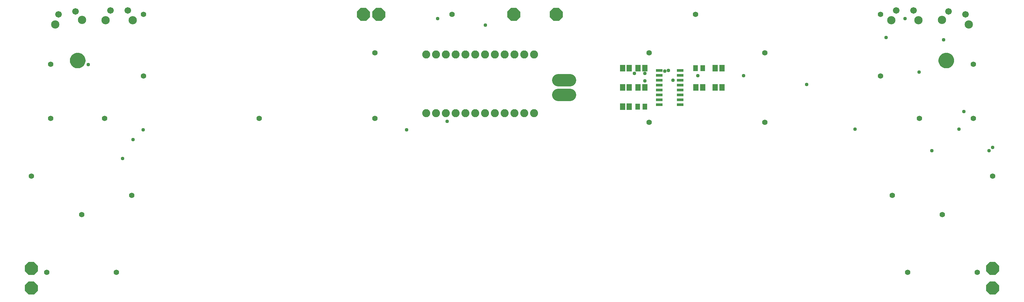
<source format=gbr>
G04 EAGLE Gerber RS-274X export*
G75*
%MOMM*%
%FSLAX34Y34*%
%LPD*%
%INSoldermask Bottom*%
%IPPOS*%
%AMOC8*
5,1,8,0,0,1.08239X$1,22.5*%
G01*
G04 Define Apertures*
%ADD10C,1.403200*%
%ADD11C,2.082800*%
%ADD12C,3.213100*%
%ADD13C,1.701800*%
%ADD14C,2.146300*%
%ADD15C,2.000000*%
%ADD16R,1.803200X0.803200*%
%ADD17R,1.234400X1.623400*%
%ADD18R,1.367800X1.668500*%
%ADD19P,3.62904X8X22.5*%
%ADD20C,0.959600*%
D10*
X240000Y50000D03*
X420000Y50000D03*
X330000Y200000D03*
X200000Y300000D03*
X460000Y250000D03*
X2650000Y50000D03*
X2470000Y50000D03*
X2560000Y200000D03*
X2430000Y250000D03*
X2690000Y300000D03*
X490000Y720000D03*
X2400000Y720000D03*
X790000Y450000D03*
X1090000Y450000D03*
X2100000Y440000D03*
X1800000Y440000D03*
X1800000Y620000D03*
X2100000Y620000D03*
X250000Y450000D03*
X390000Y450000D03*
X250000Y590000D03*
X1290000Y720000D03*
X1920000Y720000D03*
X2500000Y450000D03*
X2640000Y450000D03*
X2640000Y590000D03*
X2400000Y560000D03*
X490000Y560000D03*
X1090000Y620000D03*
D11*
X1223000Y616200D03*
X1248400Y616200D03*
X1273800Y616200D03*
X1299200Y616200D03*
X1324600Y616200D03*
X1350000Y616200D03*
X1375400Y616200D03*
X1400800Y616200D03*
X1426200Y616200D03*
X1451600Y616200D03*
X1477000Y616200D03*
X1502400Y616200D03*
X1502400Y463800D03*
X1477000Y463800D03*
X1451600Y463800D03*
X1426200Y463800D03*
X1400800Y463800D03*
X1375400Y463800D03*
X1350000Y463800D03*
X1324600Y463800D03*
X1299200Y463800D03*
X1273800Y463800D03*
X1248400Y463800D03*
X1223000Y463800D03*
D12*
X1564951Y510950D02*
X1595050Y510950D01*
X1595050Y549050D02*
X1564951Y549050D01*
D13*
X270000Y720000D03*
X314275Y727807D03*
D14*
X262066Y693325D03*
X331105Y705498D03*
D15*
X310000Y600000D02*
X310003Y600245D01*
X310012Y600491D01*
X310027Y600736D01*
X310048Y600980D01*
X310075Y601224D01*
X310108Y601467D01*
X310147Y601710D01*
X310192Y601951D01*
X310243Y602191D01*
X310300Y602430D01*
X310362Y602667D01*
X310431Y602903D01*
X310505Y603137D01*
X310585Y603369D01*
X310670Y603599D01*
X310761Y603827D01*
X310858Y604052D01*
X310960Y604276D01*
X311068Y604496D01*
X311181Y604714D01*
X311299Y604929D01*
X311423Y605141D01*
X311551Y605350D01*
X311685Y605556D01*
X311824Y605758D01*
X311968Y605957D01*
X312117Y606152D01*
X312270Y606344D01*
X312428Y606532D01*
X312590Y606716D01*
X312758Y606895D01*
X312929Y607071D01*
X313105Y607242D01*
X313284Y607410D01*
X313468Y607572D01*
X313656Y607730D01*
X313848Y607883D01*
X314043Y608032D01*
X314242Y608176D01*
X314444Y608315D01*
X314650Y608449D01*
X314859Y608577D01*
X315071Y608701D01*
X315286Y608819D01*
X315504Y608932D01*
X315724Y609040D01*
X315948Y609142D01*
X316173Y609239D01*
X316401Y609330D01*
X316631Y609415D01*
X316863Y609495D01*
X317097Y609569D01*
X317333Y609638D01*
X317570Y609700D01*
X317809Y609757D01*
X318049Y609808D01*
X318290Y609853D01*
X318533Y609892D01*
X318776Y609925D01*
X319020Y609952D01*
X319264Y609973D01*
X319509Y609988D01*
X319755Y609997D01*
X320000Y610000D01*
X320245Y609997D01*
X320491Y609988D01*
X320736Y609973D01*
X320980Y609952D01*
X321224Y609925D01*
X321467Y609892D01*
X321710Y609853D01*
X321951Y609808D01*
X322191Y609757D01*
X322430Y609700D01*
X322667Y609638D01*
X322903Y609569D01*
X323137Y609495D01*
X323369Y609415D01*
X323599Y609330D01*
X323827Y609239D01*
X324052Y609142D01*
X324276Y609040D01*
X324496Y608932D01*
X324714Y608819D01*
X324929Y608701D01*
X325141Y608577D01*
X325350Y608449D01*
X325556Y608315D01*
X325758Y608176D01*
X325957Y608032D01*
X326152Y607883D01*
X326344Y607730D01*
X326532Y607572D01*
X326716Y607410D01*
X326895Y607242D01*
X327071Y607071D01*
X327242Y606895D01*
X327410Y606716D01*
X327572Y606532D01*
X327730Y606344D01*
X327883Y606152D01*
X328032Y605957D01*
X328176Y605758D01*
X328315Y605556D01*
X328449Y605350D01*
X328577Y605141D01*
X328701Y604929D01*
X328819Y604714D01*
X328932Y604496D01*
X329040Y604276D01*
X329142Y604052D01*
X329239Y603827D01*
X329330Y603599D01*
X329415Y603369D01*
X329495Y603137D01*
X329569Y602903D01*
X329638Y602667D01*
X329700Y602430D01*
X329757Y602191D01*
X329808Y601951D01*
X329853Y601710D01*
X329892Y601467D01*
X329925Y601224D01*
X329952Y600980D01*
X329973Y600736D01*
X329988Y600491D01*
X329997Y600245D01*
X330000Y600000D01*
X329997Y599755D01*
X329988Y599509D01*
X329973Y599264D01*
X329952Y599020D01*
X329925Y598776D01*
X329892Y598533D01*
X329853Y598290D01*
X329808Y598049D01*
X329757Y597809D01*
X329700Y597570D01*
X329638Y597333D01*
X329569Y597097D01*
X329495Y596863D01*
X329415Y596631D01*
X329330Y596401D01*
X329239Y596173D01*
X329142Y595948D01*
X329040Y595724D01*
X328932Y595504D01*
X328819Y595286D01*
X328701Y595071D01*
X328577Y594859D01*
X328449Y594650D01*
X328315Y594444D01*
X328176Y594242D01*
X328032Y594043D01*
X327883Y593848D01*
X327730Y593656D01*
X327572Y593468D01*
X327410Y593284D01*
X327242Y593105D01*
X327071Y592929D01*
X326895Y592758D01*
X326716Y592590D01*
X326532Y592428D01*
X326344Y592270D01*
X326152Y592117D01*
X325957Y591968D01*
X325758Y591824D01*
X325556Y591685D01*
X325350Y591551D01*
X325141Y591423D01*
X324929Y591299D01*
X324714Y591181D01*
X324496Y591068D01*
X324276Y590960D01*
X324052Y590858D01*
X323827Y590761D01*
X323599Y590670D01*
X323369Y590585D01*
X323137Y590505D01*
X322903Y590431D01*
X322667Y590362D01*
X322430Y590300D01*
X322191Y590243D01*
X321951Y590192D01*
X321710Y590147D01*
X321467Y590108D01*
X321224Y590075D01*
X320980Y590048D01*
X320736Y590027D01*
X320491Y590012D01*
X320245Y590003D01*
X320000Y590000D01*
X319755Y590003D01*
X319509Y590012D01*
X319264Y590027D01*
X319020Y590048D01*
X318776Y590075D01*
X318533Y590108D01*
X318290Y590147D01*
X318049Y590192D01*
X317809Y590243D01*
X317570Y590300D01*
X317333Y590362D01*
X317097Y590431D01*
X316863Y590505D01*
X316631Y590585D01*
X316401Y590670D01*
X316173Y590761D01*
X315948Y590858D01*
X315724Y590960D01*
X315504Y591068D01*
X315286Y591181D01*
X315071Y591299D01*
X314859Y591423D01*
X314650Y591551D01*
X314444Y591685D01*
X314242Y591824D01*
X314043Y591968D01*
X313848Y592117D01*
X313656Y592270D01*
X313468Y592428D01*
X313284Y592590D01*
X313105Y592758D01*
X312929Y592929D01*
X312758Y593105D01*
X312590Y593284D01*
X312428Y593468D01*
X312270Y593656D01*
X312117Y593848D01*
X311968Y594043D01*
X311824Y594242D01*
X311685Y594444D01*
X311551Y594650D01*
X311423Y594859D01*
X311299Y595071D01*
X311181Y595286D01*
X311068Y595504D01*
X310960Y595724D01*
X310858Y595948D01*
X310761Y596173D01*
X310670Y596401D01*
X310585Y596631D01*
X310505Y596863D01*
X310431Y597097D01*
X310362Y597333D01*
X310300Y597570D01*
X310243Y597809D01*
X310192Y598049D01*
X310147Y598290D01*
X310108Y598533D01*
X310075Y598776D01*
X310048Y599020D01*
X310027Y599264D01*
X310012Y599509D01*
X310003Y599755D01*
X310000Y600000D01*
D13*
X2620000Y720000D03*
X2575725Y727807D03*
D14*
X2627934Y693325D03*
X2558896Y705498D03*
D15*
X2560000Y600000D02*
X2560003Y600245D01*
X2560012Y600491D01*
X2560027Y600736D01*
X2560048Y600980D01*
X2560075Y601224D01*
X2560108Y601467D01*
X2560147Y601710D01*
X2560192Y601951D01*
X2560243Y602191D01*
X2560300Y602430D01*
X2560362Y602667D01*
X2560431Y602903D01*
X2560505Y603137D01*
X2560585Y603369D01*
X2560670Y603599D01*
X2560761Y603827D01*
X2560858Y604052D01*
X2560960Y604276D01*
X2561068Y604496D01*
X2561181Y604714D01*
X2561299Y604929D01*
X2561423Y605141D01*
X2561551Y605350D01*
X2561685Y605556D01*
X2561824Y605758D01*
X2561968Y605957D01*
X2562117Y606152D01*
X2562270Y606344D01*
X2562428Y606532D01*
X2562590Y606716D01*
X2562758Y606895D01*
X2562929Y607071D01*
X2563105Y607242D01*
X2563284Y607410D01*
X2563468Y607572D01*
X2563656Y607730D01*
X2563848Y607883D01*
X2564043Y608032D01*
X2564242Y608176D01*
X2564444Y608315D01*
X2564650Y608449D01*
X2564859Y608577D01*
X2565071Y608701D01*
X2565286Y608819D01*
X2565504Y608932D01*
X2565724Y609040D01*
X2565948Y609142D01*
X2566173Y609239D01*
X2566401Y609330D01*
X2566631Y609415D01*
X2566863Y609495D01*
X2567097Y609569D01*
X2567333Y609638D01*
X2567570Y609700D01*
X2567809Y609757D01*
X2568049Y609808D01*
X2568290Y609853D01*
X2568533Y609892D01*
X2568776Y609925D01*
X2569020Y609952D01*
X2569264Y609973D01*
X2569509Y609988D01*
X2569755Y609997D01*
X2570000Y610000D01*
X2570245Y609997D01*
X2570491Y609988D01*
X2570736Y609973D01*
X2570980Y609952D01*
X2571224Y609925D01*
X2571467Y609892D01*
X2571710Y609853D01*
X2571951Y609808D01*
X2572191Y609757D01*
X2572430Y609700D01*
X2572667Y609638D01*
X2572903Y609569D01*
X2573137Y609495D01*
X2573369Y609415D01*
X2573599Y609330D01*
X2573827Y609239D01*
X2574052Y609142D01*
X2574276Y609040D01*
X2574496Y608932D01*
X2574714Y608819D01*
X2574929Y608701D01*
X2575141Y608577D01*
X2575350Y608449D01*
X2575556Y608315D01*
X2575758Y608176D01*
X2575957Y608032D01*
X2576152Y607883D01*
X2576344Y607730D01*
X2576532Y607572D01*
X2576716Y607410D01*
X2576895Y607242D01*
X2577071Y607071D01*
X2577242Y606895D01*
X2577410Y606716D01*
X2577572Y606532D01*
X2577730Y606344D01*
X2577883Y606152D01*
X2578032Y605957D01*
X2578176Y605758D01*
X2578315Y605556D01*
X2578449Y605350D01*
X2578577Y605141D01*
X2578701Y604929D01*
X2578819Y604714D01*
X2578932Y604496D01*
X2579040Y604276D01*
X2579142Y604052D01*
X2579239Y603827D01*
X2579330Y603599D01*
X2579415Y603369D01*
X2579495Y603137D01*
X2579569Y602903D01*
X2579638Y602667D01*
X2579700Y602430D01*
X2579757Y602191D01*
X2579808Y601951D01*
X2579853Y601710D01*
X2579892Y601467D01*
X2579925Y601224D01*
X2579952Y600980D01*
X2579973Y600736D01*
X2579988Y600491D01*
X2579997Y600245D01*
X2580000Y600000D01*
X2579997Y599755D01*
X2579988Y599509D01*
X2579973Y599264D01*
X2579952Y599020D01*
X2579925Y598776D01*
X2579892Y598533D01*
X2579853Y598290D01*
X2579808Y598049D01*
X2579757Y597809D01*
X2579700Y597570D01*
X2579638Y597333D01*
X2579569Y597097D01*
X2579495Y596863D01*
X2579415Y596631D01*
X2579330Y596401D01*
X2579239Y596173D01*
X2579142Y595948D01*
X2579040Y595724D01*
X2578932Y595504D01*
X2578819Y595286D01*
X2578701Y595071D01*
X2578577Y594859D01*
X2578449Y594650D01*
X2578315Y594444D01*
X2578176Y594242D01*
X2578032Y594043D01*
X2577883Y593848D01*
X2577730Y593656D01*
X2577572Y593468D01*
X2577410Y593284D01*
X2577242Y593105D01*
X2577071Y592929D01*
X2576895Y592758D01*
X2576716Y592590D01*
X2576532Y592428D01*
X2576344Y592270D01*
X2576152Y592117D01*
X2575957Y591968D01*
X2575758Y591824D01*
X2575556Y591685D01*
X2575350Y591551D01*
X2575141Y591423D01*
X2574929Y591299D01*
X2574714Y591181D01*
X2574496Y591068D01*
X2574276Y590960D01*
X2574052Y590858D01*
X2573827Y590761D01*
X2573599Y590670D01*
X2573369Y590585D01*
X2573137Y590505D01*
X2572903Y590431D01*
X2572667Y590362D01*
X2572430Y590300D01*
X2572191Y590243D01*
X2571951Y590192D01*
X2571710Y590147D01*
X2571467Y590108D01*
X2571224Y590075D01*
X2570980Y590048D01*
X2570736Y590027D01*
X2570491Y590012D01*
X2570245Y590003D01*
X2570000Y590000D01*
X2569755Y590003D01*
X2569509Y590012D01*
X2569264Y590027D01*
X2569020Y590048D01*
X2568776Y590075D01*
X2568533Y590108D01*
X2568290Y590147D01*
X2568049Y590192D01*
X2567809Y590243D01*
X2567570Y590300D01*
X2567333Y590362D01*
X2567097Y590431D01*
X2566863Y590505D01*
X2566631Y590585D01*
X2566401Y590670D01*
X2566173Y590761D01*
X2565948Y590858D01*
X2565724Y590960D01*
X2565504Y591068D01*
X2565286Y591181D01*
X2565071Y591299D01*
X2564859Y591423D01*
X2564650Y591551D01*
X2564444Y591685D01*
X2564242Y591824D01*
X2564043Y591968D01*
X2563848Y592117D01*
X2563656Y592270D01*
X2563468Y592428D01*
X2563284Y592590D01*
X2563105Y592758D01*
X2562929Y592929D01*
X2562758Y593105D01*
X2562590Y593284D01*
X2562428Y593468D01*
X2562270Y593656D01*
X2562117Y593848D01*
X2561968Y594043D01*
X2561824Y594242D01*
X2561685Y594444D01*
X2561551Y594650D01*
X2561423Y594859D01*
X2561299Y595071D01*
X2561181Y595286D01*
X2561068Y595504D01*
X2560960Y595724D01*
X2560858Y595948D01*
X2560761Y596173D01*
X2560670Y596401D01*
X2560585Y596631D01*
X2560505Y596863D01*
X2560431Y597097D01*
X2560362Y597333D01*
X2560300Y597570D01*
X2560243Y597809D01*
X2560192Y598049D01*
X2560147Y598290D01*
X2560108Y598533D01*
X2560075Y598776D01*
X2560048Y599020D01*
X2560027Y599264D01*
X2560012Y599509D01*
X2560003Y599755D01*
X2560000Y600000D01*
D16*
X1880410Y574450D03*
X1880410Y561750D03*
X1880410Y549050D03*
X1880410Y536350D03*
X1880410Y523650D03*
X1880410Y510950D03*
X1880410Y498250D03*
X1880410Y485550D03*
X1826410Y485550D03*
X1826410Y498250D03*
X1826410Y510950D03*
X1826410Y523650D03*
X1826410Y536350D03*
X1826410Y549050D03*
X1826410Y561750D03*
X1826410Y574450D03*
D17*
X1789195Y480000D03*
X1770805Y480000D03*
D18*
X1748754Y480000D03*
X1731246Y480000D03*
D19*
X1060000Y720000D03*
X1100000Y720000D03*
X1450000Y720000D03*
D18*
X1938754Y530000D03*
X1921246Y530000D03*
D17*
X1939195Y580000D03*
X1920805Y580000D03*
D19*
X1560000Y720000D03*
X200000Y60000D03*
X200000Y10000D03*
X2690000Y60000D03*
X2690000Y10000D03*
D18*
X1788754Y530000D03*
X1771246Y530000D03*
X1988754Y530000D03*
X1971246Y530000D03*
X1988754Y580000D03*
X1971246Y580000D03*
X1748754Y530000D03*
X1731246Y530000D03*
X1748754Y580000D03*
X1731246Y580000D03*
X1788754Y580000D03*
X1771246Y580000D03*
D13*
X450000Y730000D03*
X405042Y730000D03*
D14*
X462446Y705108D03*
X392342Y705108D03*
D13*
X2440000Y730000D03*
X2484958Y730000D03*
D14*
X2427554Y705108D03*
X2497658Y705108D03*
D20*
X1277112Y441960D03*
X2602992Y422148D03*
X2333244Y422148D03*
X435864Y345948D03*
X2680716Y365760D03*
X2532888Y365760D03*
X2615184Y467868D03*
X2689860Y374904D03*
X463296Y394716D03*
X2462784Y708660D03*
X2414016Y659892D03*
X1376172Y691896D03*
X2499360Y569976D03*
X2045208Y560832D03*
X2563368Y653796D03*
X347472Y589788D03*
X1252728Y708660D03*
X1862328Y548640D03*
X1171956Y420624D03*
X1850136Y574548D03*
X489204Y420624D03*
X1840992Y573024D03*
X2208276Y537972D03*
X1926336Y560832D03*
X1789176Y547116D03*
X1789176Y566928D03*
X1761744Y566928D03*
M02*

</source>
